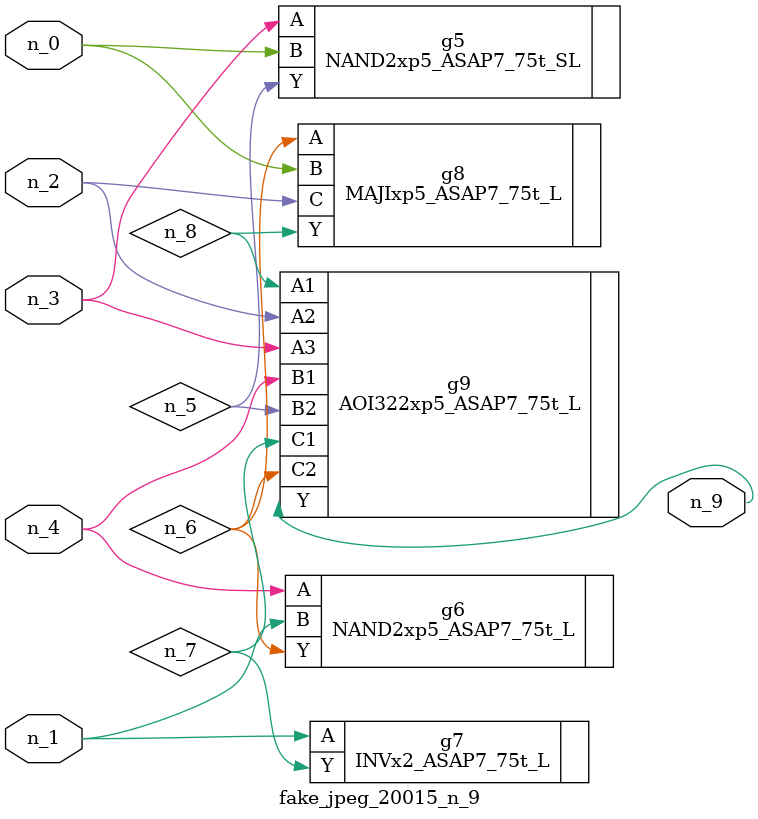
<source format=v>
module fake_jpeg_20015_n_9 (n_3, n_2, n_1, n_0, n_4, n_9);

input n_3;
input n_2;
input n_1;
input n_0;
input n_4;

output n_9;

wire n_8;
wire n_6;
wire n_5;
wire n_7;

NAND2xp5_ASAP7_75t_SL g5 ( 
.A(n_3),
.B(n_0),
.Y(n_5)
);

NAND2xp5_ASAP7_75t_L g6 ( 
.A(n_4),
.B(n_1),
.Y(n_6)
);

INVx2_ASAP7_75t_L g7 ( 
.A(n_1),
.Y(n_7)
);

MAJIxp5_ASAP7_75t_L g8 ( 
.A(n_6),
.B(n_0),
.C(n_2),
.Y(n_8)
);

AOI322xp5_ASAP7_75t_L g9 ( 
.A1(n_8),
.A2(n_2),
.A3(n_3),
.B1(n_4),
.B2(n_5),
.C1(n_7),
.C2(n_6),
.Y(n_9)
);


endmodule
</source>
